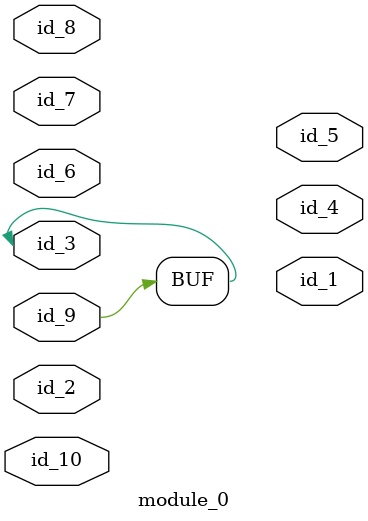
<source format=v>
module module_0 (
    id_1,
    id_2,
    id_3,
    id_4,
    id_5,
    id_6,
    id_7,
    id_8,
    id_9,
    id_10
);
  inout id_10;
  input id_9;
  input id_8;
  input id_7;
  inout id_6;
  output id_5;
  output id_4;
  inout id_3;
  inout id_2;
  output id_1;
  assign id_3 = id_9;
endmodule

</source>
